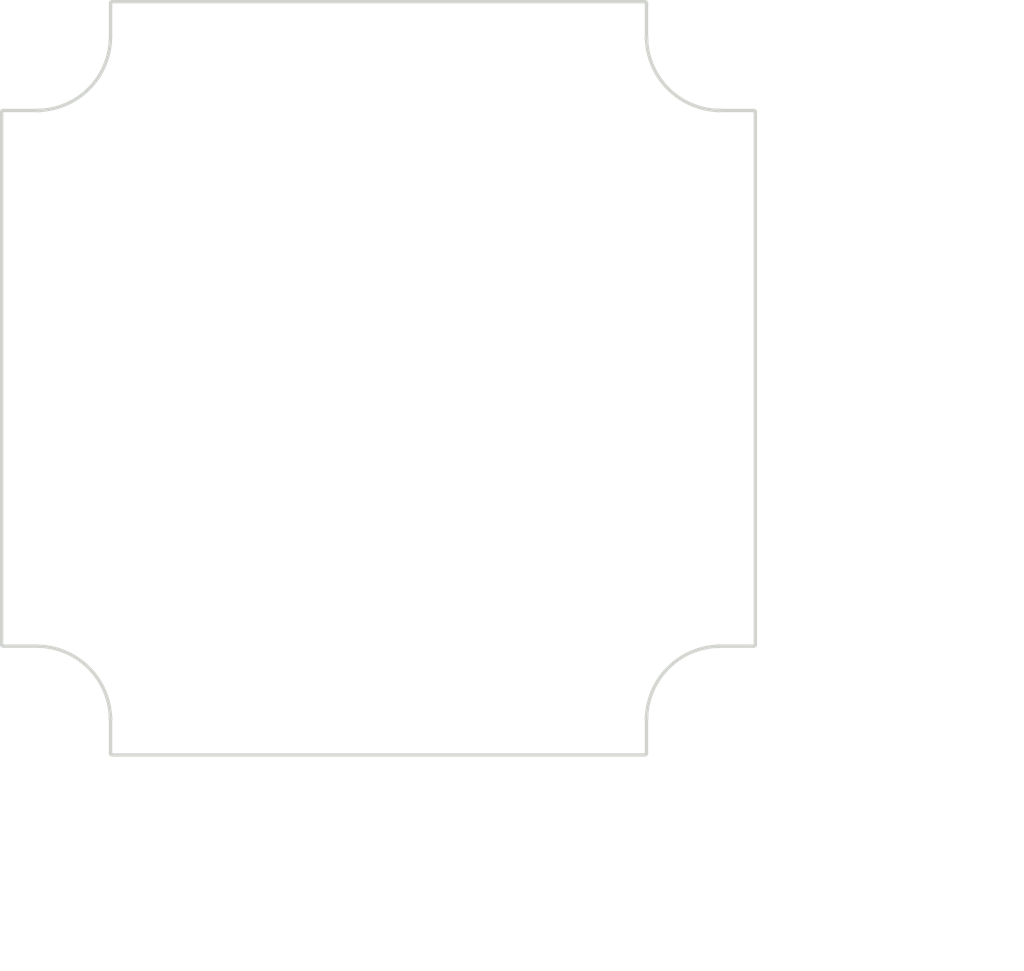
<source format=kicad_pcb>
(kicad_pcb (version 20171130) (host pcbnew "(5.1.0)-1")

  (general
    (thickness 1.6)
    (drawings 310)
    (tracks 0)
    (zones 0)
    (modules 0)
    (nets 1)
  )

  (page A4)
  (layers
    (0 F.Cu signal)
    (31 B.Cu signal)
    (32 B.Adhes user)
    (33 F.Adhes user)
    (34 B.Paste user)
    (35 F.Paste user)
    (36 B.SilkS user)
    (37 F.SilkS user)
    (38 B.Mask user)
    (39 F.Mask user)
    (40 Dwgs.User user)
    (41 Cmts.User user)
    (42 Eco1.User user)
    (43 Eco2.User user)
    (44 Edge.Cuts user)
    (45 Margin user)
    (46 B.CrtYd user)
    (47 F.CrtYd user)
    (48 B.Fab user)
    (49 F.Fab user)
  )

  (setup
    (last_trace_width 0.25)
    (trace_clearance 0.2)
    (zone_clearance 0.508)
    (zone_45_only no)
    (trace_min 0.2)
    (via_size 0.8)
    (via_drill 0.4)
    (via_min_size 0.4)
    (via_min_drill 0.3)
    (uvia_size 0.3)
    (uvia_drill 0.1)
    (uvias_allowed no)
    (uvia_min_size 0.2)
    (uvia_min_drill 0.1)
    (edge_width 0.05)
    (segment_width 0.2)
    (pcb_text_width 0.3)
    (pcb_text_size 1.5 1.5)
    (mod_edge_width 0.12)
    (mod_text_size 1 1)
    (mod_text_width 0.15)
    (pad_size 1.524 1.524)
    (pad_drill 0.762)
    (pad_to_mask_clearance 0.051)
    (solder_mask_min_width 0.25)
    (aux_axis_origin 0 0)
    (visible_elements FFFFFF7F)
    (pcbplotparams
      (layerselection 0x010fc_ffffffff)
      (usegerberextensions false)
      (usegerberattributes false)
      (usegerberadvancedattributes false)
      (creategerberjobfile false)
      (excludeedgelayer true)
      (linewidth 0.152400)
      (plotframeref false)
      (viasonmask false)
      (mode 1)
      (useauxorigin false)
      (hpglpennumber 1)
      (hpglpenspeed 20)
      (hpglpendiameter 15.000000)
      (psnegative false)
      (psa4output false)
      (plotreference true)
      (plotvalue true)
      (plotinvisibletext false)
      (padsonsilk false)
      (subtractmaskfromsilk false)
      (outputformat 1)
      (mirror false)
      (drillshape 1)
      (scaleselection 1)
      (outputdirectory ""))
  )

  (net 0 "")

  (net_class Default "This is the default net class."
    (clearance 0.2)
    (trace_width 0.25)
    (via_dia 0.8)
    (via_drill 0.4)
    (uvia_dia 0.3)
    (uvia_drill 0.1)
  )

  (gr_line (start 169.470448 106.177289) (end 171.428132 106.177289) (layer Edge.Cuts) (width 0.2))
  (gr_arc (start 171.428132 106.077439) (end 171.428132 106.177289) (angle -4.243759691) (layer Edge.Cuts) (width 0.2))
  (gr_curve (pts (xy 171.527206 106.089883) (xy 171.527723 106.085758) (xy 171.527983 106.081599) (xy 171.527983 106.077439)) (layer Edge.Cuts) (width 0.2))
  (gr_curve (pts (xy 171.52489 106.102124) (xy 171.525915 106.098098) (xy 171.526689 106.094008) (xy 171.527206 106.089883)) (layer Edge.Cuts) (width 0.2))
  (gr_curve (pts (xy 171.523165 106.108108) (xy 171.523802 106.106132) (xy 171.524377 106.104136) (xy 171.52489 106.102124)) (layer Edge.Cuts) (width 0.2))
  (gr_curve (pts (xy 171.518617 106.119692) (xy 171.520371 106.115931) (xy 171.521891 106.11206) (xy 171.523165 106.108108)) (layer Edge.Cuts) (width 0.2))
  (gr_curve (pts (xy 171.515812 106.125246) (xy 171.516804 106.123425) (xy 171.51774 106.121572) (xy 171.518617 106.119692)) (layer Edge.Cuts) (width 0.2))
  (gr_curve (pts (xy 171.509193 106.135774) (xy 171.511615 106.132408) (xy 171.513827 106.128889) (xy 171.515812 106.125246)) (layer Edge.Cuts) (width 0.2))
  (gr_curve (pts (xy 171.505406 106.140708) (xy 171.506719 106.139103) (xy 171.507982 106.137458) (xy 171.509193 106.135774)) (layer Edge.Cuts) (width 0.2))
  (gr_curve (pts (xy 171.496946 106.149818) (xy 171.499952 106.146961) (xy 171.502779 106.143916) (xy 171.505406 106.140708)) (layer Edge.Cuts) (width 0.2))
  (gr_curve (pts (xy 171.492307 106.153961) (xy 171.493896 106.152628) (xy 171.495443 106.151247) (xy 171.496946 106.149818)) (layer Edge.Cuts) (width 0.2))
  (gr_curve (pts (xy 171.482297 106.16134) (xy 171.485783 106.159091) (xy 171.489128 106.156625) (xy 171.492307 106.153961)) (layer Edge.Cuts) (width 0.2))
  (gr_curve (pts (xy 171.476966 106.164549) (xy 171.478776 106.163535) (xy 171.480554 106.162465) (xy 171.482297 106.16134)) (layer Edge.Cuts) (width 0.2))
  (gr_curve (pts (xy 171.46575 106.169941) (xy 171.469597 106.168379) (xy 171.473345 106.166576) (xy 171.476966 106.164549)) (layer Edge.Cuts) (width 0.2))
  (gr_curve (pts (xy 171.45991 106.172104) (xy 171.461879 106.171444) (xy 171.463827 106.170723) (xy 171.46575 106.169941)) (layer Edge.Cuts) (width 0.2))
  (gr_curve (pts (xy 171.447874 106.17532) (xy 171.451949 106.174499) (xy 171.455971 106.173424) (xy 171.45991 106.172104)) (layer Edge.Cuts) (width 0.2))
  (gr_curve (pts (xy 171.435521 106.177016) (xy 171.439671 106.176708) (xy 171.443799 106.176141) (xy 171.447874 106.17532)) (layer Edge.Cuts) (width 0.2))
  (gr_line (start 171.527983 106.077439) (end 171.527983 74.491931) (layer Edge.Cuts) (width 0.2))
  (gr_curve (pts (xy 171.447874 74.394049) (xy 171.443799 74.393229) (xy 171.439671 74.392662) (xy 171.435521 74.392354)) (layer Edge.Cuts) (width 0.2))
  (gr_curve (pts (xy 171.45991 74.397265) (xy 171.455971 74.395945) (xy 171.451949 74.39487) (xy 171.447874 74.394049)) (layer Edge.Cuts) (width 0.2))
  (gr_curve (pts (xy 171.46575 74.399428) (xy 171.463827 74.398647) (xy 171.461879 74.397926) (xy 171.45991 74.397265)) (layer Edge.Cuts) (width 0.2))
  (gr_curve (pts (xy 171.476966 74.404821) (xy 171.473345 74.402793) (xy 171.469597 74.400991) (xy 171.46575 74.399428)) (layer Edge.Cuts) (width 0.2))
  (gr_curve (pts (xy 171.482297 74.40803) (xy 171.480554 74.406905) (xy 171.478776 74.405835) (xy 171.476966 74.404821)) (layer Edge.Cuts) (width 0.2))
  (gr_curve (pts (xy 171.492307 74.415409) (xy 171.489128 74.412745) (xy 171.485783 74.410279) (xy 171.482297 74.40803)) (layer Edge.Cuts) (width 0.2))
  (gr_curve (pts (xy 171.496946 74.419552) (xy 171.495443 74.418123) (xy 171.493896 74.416741) (xy 171.492307 74.415409)) (layer Edge.Cuts) (width 0.2))
  (gr_curve (pts (xy 171.505406 74.428662) (xy 171.502779 74.425453) (xy 171.499952 74.422409) (xy 171.496946 74.419552)) (layer Edge.Cuts) (width 0.2))
  (gr_curve (pts (xy 171.509193 74.433595) (xy 171.507982 74.431912) (xy 171.506719 74.430267) (xy 171.505406 74.428662)) (layer Edge.Cuts) (width 0.2))
  (gr_curve (pts (xy 171.515812 74.444123) (xy 171.513827 74.44048) (xy 171.511615 74.436962) (xy 171.509193 74.433595)) (layer Edge.Cuts) (width 0.2))
  (gr_curve (pts (xy 171.518617 74.449678) (xy 171.51774 74.447797) (xy 171.516804 74.445945) (xy 171.515812 74.444123)) (layer Edge.Cuts) (width 0.2))
  (gr_curve (pts (xy 171.523165 74.461261) (xy 171.521891 74.457309) (xy 171.520371 74.453438) (xy 171.518617 74.449678)) (layer Edge.Cuts) (width 0.2))
  (gr_curve (pts (xy 171.52489 74.467246) (xy 171.524377 74.465234) (xy 171.523802 74.463237) (xy 171.523165 74.461261)) (layer Edge.Cuts) (width 0.2))
  (gr_curve (pts (xy 171.527206 74.479487) (xy 171.526689 74.475362) (xy 171.525915 74.471271) (xy 171.52489 74.467246)) (layer Edge.Cuts) (width 0.2))
  (gr_curve (pts (xy 171.527983 74.491931) (xy 171.527983 74.48777) (xy 171.527723 74.483611) (xy 171.527206 74.479487)) (layer Edge.Cuts) (width 0.2))
  (gr_arc (start 171.428132 74.491931) (end 171.435521 74.392354) (angle -4.243759691) (layer Edge.Cuts) (width 0.2))
  (gr_line (start 171.428132 74.39208) (end 169.470448 74.39208) (layer Edge.Cuts) (width 0.2))
  (gr_curve (pts (xy 169.176326 74.382241) (xy 169.156746 74.38093) (xy 169.137175 74.379487) (xy 169.117612 74.377914)) (layer Edge.Cuts) (width 0.2))
  (gr_curve (pts (xy 169.220393 74.384971) (xy 169.2057 74.384135) (xy 169.191011 74.383225) (xy 169.176326 74.382241)) (layer Edge.Cuts) (width 0.2))
  (gr_curve (pts (xy 169.235088 74.385783) (xy 169.230189 74.38552) (xy 169.225291 74.38525) (xy 169.220393 74.384971)) (layer Edge.Cuts) (width 0.2))
  (gr_curve (pts (xy 169.264484 74.387258) (xy 169.254683 74.386799) (xy 169.244885 74.386307) (xy 169.235088 74.385783)) (layer Edge.Cuts) (width 0.2))
  (gr_curve (pts (xy 169.279185 74.387922) (xy 169.274284 74.387709) (xy 169.269384 74.387488) (xy 169.264484 74.387258)) (layer Edge.Cuts) (width 0.2))
  (gr_curve (pts (xy 169.308594 74.389103) (xy 169.29879 74.388742) (xy 169.288987 74.388349) (xy 169.279185 74.387922)) (layer Edge.Cuts) (width 0.2))
  (gr_curve (pts (xy 169.323301 74.38962) (xy 169.318398 74.389456) (xy 169.313496 74.389283) (xy 169.308594 74.389103)) (layer Edge.Cuts) (width 0.2))
  (gr_curve (pts (xy 169.352721 74.390505) (xy 169.342913 74.390243) (xy 169.333107 74.389948) (xy 169.323301 74.38962)) (layer Edge.Cuts) (width 0.2))
  (gr_curve (pts (xy 169.367433 74.390874) (xy 169.362528 74.39076) (xy 169.357624 74.390637) (xy 169.352721 74.390505)) (layer Edge.Cuts) (width 0.2))
  (gr_curve (pts (xy 169.396861 74.391465) (xy 169.387051 74.391301) (xy 169.377241 74.391104) (xy 169.367433 74.390874)) (layer Edge.Cuts) (width 0.2))
  (gr_curve (pts (xy 169.411577 74.391686) (xy 169.406671 74.391621) (xy 169.401766 74.391547) (xy 169.396861 74.391465)) (layer Edge.Cuts) (width 0.2))
  (gr_curve (pts (xy 169.441011 74.391982) (xy 169.431199 74.391916) (xy 169.421387 74.391818) (xy 169.411577 74.391686)) (layer Edge.Cuts) (width 0.2))
  (gr_curve (pts (xy 169.470448 74.39208) (xy 169.460635 74.39208) (xy 169.450823 74.392047) (xy 169.441011 74.391982)) (layer Edge.Cuts) (width 0.2))
  (gr_curve (pts (xy 165.157216 70.857657) (xy 165.123358 70.688683) (xy 165.099441 70.517712) (xy 165.085624 70.345926)) (layer Edge.Cuts) (width 0.2))
  (gr_curve (pts (xy 165.288303 71.357445) (xy 165.234872 71.19361) (xy 165.191074 71.026632) (xy 165.157216 70.857657)) (layer Edge.Cuts) (width 0.2))
  (gr_curve (pts (xy 165.375624 71.600698) (xy 165.344142 71.520493) (xy 165.315018 71.439362) (xy 165.288303 71.357445)) (layer Edge.Cuts) (width 0.2))
  (gr_curve (pts (xy 165.592315 72.069728) (xy 165.510984 71.91781) (xy 165.438587 71.761107) (xy 165.375624 71.600698)) (layer Edge.Cuts) (width 0.2))
  (gr_curve (pts (xy 165.720939 72.293888) (xy 165.67588 72.22045) (xy 165.632981 72.145687) (xy 165.592315 72.069728)) (layer Edge.Cuts) (width 0.2))
  (gr_curve (pts (xy 166.016525 72.717629) (xy 165.909812 72.582334) (xy 165.811057 72.440762) (xy 165.720939 72.293888)) (layer Edge.Cuts) (width 0.2))
  (gr_curve (pts (xy 166.182467 72.915748) (xy 166.125227 72.851354) (xy 166.069881 72.785276) (xy 166.016525 72.717629)) (layer Edge.Cuts) (width 0.2))
  (gr_curve (pts (xy 166.547789 73.281071) (xy 166.419001 73.166591) (xy 166.296946 73.044537) (xy 166.182467 72.915748)) (layer Edge.Cuts) (width 0.2))
  (gr_curve (pts (xy 166.745909 73.447013) (xy 166.678262 73.393657) (xy 166.612184 73.338311) (xy 166.547789 73.281071)) (layer Edge.Cuts) (width 0.2))
  (gr_curve (pts (xy 167.16965 73.742599) (xy 167.022776 73.652481) (xy 166.881204 73.553726) (xy 166.745909 73.447013)) (layer Edge.Cuts) (width 0.2))
  (gr_curve (pts (xy 167.393809 73.871222) (xy 167.31785 73.830557) (xy 167.243087 73.787657) (xy 167.16965 73.742599)) (layer Edge.Cuts) (width 0.2))
  (gr_curve (pts (xy 167.86284 74.087914) (xy 167.70243 74.024951) (xy 167.545728 73.952554) (xy 167.393809 73.871222)) (layer Edge.Cuts) (width 0.2))
  (gr_curve (pts (xy 168.106093 74.175235) (xy 168.024176 74.14852) (xy 167.943044 74.119396) (xy 167.86284 74.087914)) (layer Edge.Cuts) (width 0.2))
  (gr_curve (pts (xy 168.605881 74.306322) (xy 168.436906 74.272464) (xy 168.269928 74.228666) (xy 168.106093 74.175235)) (layer Edge.Cuts) (width 0.2))
  (gr_curve (pts (xy 169.117612 74.377914) (xy 168.945825 74.364097) (xy 168.774855 74.340179) (xy 168.605881 74.306322)) (layer Edge.Cuts) (width 0.2))
  (gr_curve (pts (xy 165.071556 70.022527) (xy 165.07149 70.012715) (xy 165.071458 70.002903) (xy 165.071458 69.99309)) (layer Edge.Cuts) (width 0.2))
  (gr_curve (pts (xy 165.071851 70.051961) (xy 165.07172 70.04215) (xy 165.071622 70.032339) (xy 165.071556 70.022527)) (layer Edge.Cuts) (width 0.2))
  (gr_curve (pts (xy 165.072073 70.066677) (xy 165.071991 70.061772) (xy 165.071917 70.056867) (xy 165.071851 70.051961)) (layer Edge.Cuts) (width 0.2))
  (gr_curve (pts (xy 165.072663 70.096105) (xy 165.072434 70.086296) (xy 165.072237 70.076487) (xy 165.072073 70.066677)) (layer Edge.Cuts) (width 0.2))
  (gr_curve (pts (xy 165.073032 70.110817) (xy 165.072901 70.105913) (xy 165.072778 70.101009) (xy 165.072663 70.096105)) (layer Edge.Cuts) (width 0.2))
  (gr_curve (pts (xy 165.073918 70.140237) (xy 165.07359 70.130431) (xy 165.073295 70.120625) (xy 165.073032 70.110817)) (layer Edge.Cuts) (width 0.2))
  (gr_curve (pts (xy 165.074435 70.154944) (xy 165.074254 70.150042) (xy 165.074082 70.145139) (xy 165.073918 70.140237)) (layer Edge.Cuts) (width 0.2))
  (gr_curve (pts (xy 165.075616 70.184353) (xy 165.075189 70.174551) (xy 165.074796 70.164748) (xy 165.074435 70.154944)) (layer Edge.Cuts) (width 0.2))
  (gr_curve (pts (xy 165.07628 70.199054) (xy 165.07605 70.194154) (xy 165.075829 70.189254) (xy 165.075616 70.184353)) (layer Edge.Cuts) (width 0.2))
  (gr_curve (pts (xy 165.077755 70.22845) (xy 165.077231 70.218653) (xy 165.076739 70.208854) (xy 165.07628 70.199054)) (layer Edge.Cuts) (width 0.2))
  (gr_curve (pts (xy 165.078567 70.243145) (xy 165.078288 70.238247) (xy 165.078018 70.233349) (xy 165.077755 70.22845)) (layer Edge.Cuts) (width 0.2))
  (gr_curve (pts (xy 165.080338 70.272526) (xy 165.079715 70.262734) (xy 165.079124 70.25294) (xy 165.078567 70.243145)) (layer Edge.Cuts) (width 0.2))
  (gr_curve (pts (xy 165.081297 70.287212) (xy 165.080969 70.282317) (xy 165.080649 70.277421) (xy 165.080338 70.272526)) (layer Edge.Cuts) (width 0.2))
  (gr_curve (pts (xy 165.083362 70.316575) (xy 165.082641 70.30679) (xy 165.081952 70.297002) (xy 165.081297 70.287212)) (layer Edge.Cuts) (width 0.2))
  (gr_curve (pts (xy 165.085624 70.345926) (xy 165.084837 70.336145) (xy 165.084083 70.326361) (xy 165.083362 70.316575)) (layer Edge.Cuts) (width 0.2))
  (gr_line (start 165.071458 69.99309) (end 165.071458 68.035406) (layer Edge.Cuts) (width 0.2))
  (gr_arc (start 164.971607 68.035406) (end 165.071458 68.035406) (angle -4.243759691) (layer Edge.Cuts) (width 0.2))
  (gr_curve (pts (xy 164.984051 67.936331) (xy 164.979926 67.935814) (xy 164.975768 67.935555) (xy 164.971607 67.935555)) (layer Edge.Cuts) (width 0.2))
  (gr_curve (pts (xy 164.996292 67.938648) (xy 164.992267 67.937623) (xy 164.988176 67.936848) (xy 164.984051 67.936331)) (layer Edge.Cuts) (width 0.2))
  (gr_curve (pts (xy 165.002277 67.940373) (xy 165.000301 67.939736) (xy 164.998304 67.939161) (xy 164.996292 67.938648)) (layer Edge.Cuts) (width 0.2))
  (gr_curve (pts (xy 165.01386 67.944921) (xy 165.0101 67.943166) (xy 165.006229 67.941646) (xy 165.002277 67.940373)) (layer Edge.Cuts) (width 0.2))
  (gr_curve (pts (xy 165.019415 67.947726) (xy 165.017593 67.946733) (xy 165.01574 67.945798) (xy 165.01386 67.944921)) (layer Edge.Cuts) (width 0.2))
  (gr_curve (pts (xy 165.029943 67.954345) (xy 165.026576 67.951923) (xy 165.023058 67.949711) (xy 165.019415 67.947726)) (layer Edge.Cuts) (width 0.2))
  (gr_curve (pts (xy 165.034876 67.958132) (xy 165.033271 67.956819) (xy 165.031626 67.955555) (xy 165.029943 67.954345)) (layer Edge.Cuts) (width 0.2))
  (gr_curve (pts (xy 165.043986 67.966592) (xy 165.041129 67.963586) (xy 165.038085 67.960759) (xy 165.034876 67.958132)) (layer Edge.Cuts) (width 0.2))
  (gr_curve (pts (xy 165.048129 67.971231) (xy 165.046797 67.969642) (xy 165.045415 67.968095) (xy 165.043986 67.966592)) (layer Edge.Cuts) (width 0.2))
  (gr_curve (pts (xy 165.055508 67.981241) (xy 165.053259 67.977754) (xy 165.050793 67.974409) (xy 165.048129 67.971231)) (layer Edge.Cuts) (width 0.2))
  (gr_curve (pts (xy 165.058717 67.986572) (xy 165.057703 67.984762) (xy 165.056633 67.982984) (xy 165.055508 67.981241)) (layer Edge.Cuts) (width 0.2))
  (gr_curve (pts (xy 165.06411 67.997787) (xy 165.062547 67.993941) (xy 165.060745 67.990193) (xy 165.058717 67.986572)) (layer Edge.Cuts) (width 0.2))
  (gr_curve (pts (xy 165.066272 68.003628) (xy 165.065612 68.001659) (xy 165.064891 67.999711) (xy 165.06411 67.997787)) (layer Edge.Cuts) (width 0.2))
  (gr_curve (pts (xy 165.069488 68.015664) (xy 165.068668 68.011589) (xy 165.067593 68.007567) (xy 165.066272 68.003628)) (layer Edge.Cuts) (width 0.2))
  (gr_curve (pts (xy 165.071184 68.028017) (xy 165.070876 68.023867) (xy 165.070309 68.019739) (xy 165.069488 68.015664)) (layer Edge.Cuts) (width 0.2))
  (gr_line (start 164.971607 67.935555) (end 133.386099 67.935555) (layer Edge.Cuts) (width 0.2))
  (gr_curve (pts (xy 133.288218 68.015664) (xy 133.287397 68.019739) (xy 133.28683 68.023867) (xy 133.286522 68.028017)) (layer Edge.Cuts) (width 0.2))
  (gr_curve (pts (xy 133.291434 68.003628) (xy 133.290113 68.007567) (xy 133.289038 68.011589) (xy 133.288218 68.015664)) (layer Edge.Cuts) (width 0.2))
  (gr_curve (pts (xy 133.293596 67.997787) (xy 133.292815 67.999711) (xy 133.292094 68.001659) (xy 133.291434 68.003628)) (layer Edge.Cuts) (width 0.2))
  (gr_curve (pts (xy 133.298989 67.986572) (xy 133.296961 67.990193) (xy 133.295159 67.993941) (xy 133.293596 67.997787)) (layer Edge.Cuts) (width 0.2))
  (gr_curve (pts (xy 133.302198 67.981241) (xy 133.301073 67.982984) (xy 133.300003 67.984762) (xy 133.298989 67.986572)) (layer Edge.Cuts) (width 0.2))
  (gr_curve (pts (xy 133.309577 67.971231) (xy 133.306913 67.974409) (xy 133.304447 67.977754) (xy 133.302198 67.981241)) (layer Edge.Cuts) (width 0.2))
  (gr_curve (pts (xy 133.31372 67.966592) (xy 133.312291 67.968095) (xy 133.310909 67.969642) (xy 133.309577 67.971231)) (layer Edge.Cuts) (width 0.2))
  (gr_curve (pts (xy 133.32283 67.958132) (xy 133.319621 67.960759) (xy 133.316577 67.963586) (xy 133.31372 67.966592)) (layer Edge.Cuts) (width 0.2))
  (gr_curve (pts (xy 133.327763 67.954345) (xy 133.32608 67.955555) (xy 133.324435 67.956819) (xy 133.32283 67.958132)) (layer Edge.Cuts) (width 0.2))
  (gr_curve (pts (xy 133.338291 67.947726) (xy 133.334648 67.949711) (xy 133.33113 67.951923) (xy 133.327763 67.954345)) (layer Edge.Cuts) (width 0.2))
  (gr_curve (pts (xy 133.343846 67.944921) (xy 133.341966 67.945798) (xy 133.340113 67.946733) (xy 133.338291 67.947726)) (layer Edge.Cuts) (width 0.2))
  (gr_curve (pts (xy 133.355429 67.940373) (xy 133.351477 67.941646) (xy 133.347606 67.943166) (xy 133.343846 67.944921)) (layer Edge.Cuts) (width 0.2))
  (gr_curve (pts (xy 133.361414 67.938648) (xy 133.359402 67.939161) (xy 133.357405 67.939736) (xy 133.355429 67.940373)) (layer Edge.Cuts) (width 0.2))
  (gr_curve (pts (xy 133.373655 67.936331) (xy 133.36953 67.936848) (xy 133.365439 67.937623) (xy 133.361414 67.938648)) (layer Edge.Cuts) (width 0.2))
  (gr_curve (pts (xy 133.386099 67.935555) (xy 133.381938 67.935555) (xy 133.37778 67.935814) (xy 133.373655 67.936331)) (layer Edge.Cuts) (width 0.2))
  (gr_arc (start 133.386099 68.035406) (end 133.286522 68.028017) (angle -4.243759691) (layer Edge.Cuts) (width 0.2))
  (gr_line (start 133.286248 68.035406) (end 133.286248 69.99309) (layer Edge.Cuts) (width 0.2))
  (gr_line (start 133.286248 69.99309) (end 133.272082 70.345926) (layer Edge.Cuts) (width 0.2))
  (gr_curve (pts (xy 129.751825 74.306322) (xy 129.582851 74.340179) (xy 129.411881 74.364097) (xy 129.240095 74.377914)) (layer Edge.Cuts) (width 0.2))
  (gr_curve (pts (xy 130.251613 74.175235) (xy 130.087779 74.228666) (xy 129.9208 74.272464) (xy 129.751825 74.306322)) (layer Edge.Cuts) (width 0.2))
  (gr_curve (pts (xy 130.494866 74.087914) (xy 130.414662 74.119396) (xy 130.33353 74.14852) (xy 130.251613 74.175235)) (layer Edge.Cuts) (width 0.2))
  (gr_curve (pts (xy 130.963897 73.871222) (xy 130.811978 73.952554) (xy 130.655276 74.024951) (xy 130.494866 74.087914)) (layer Edge.Cuts) (width 0.2))
  (gr_curve (pts (xy 131.188056 73.742599) (xy 131.114619 73.787657) (xy 131.039856 73.830557) (xy 130.963897 73.871222)) (layer Edge.Cuts) (width 0.2))
  (gr_curve (pts (xy 131.611797 73.447013) (xy 131.476502 73.553726) (xy 131.33493 73.652481) (xy 131.188056 73.742599)) (layer Edge.Cuts) (width 0.2))
  (gr_curve (pts (xy 131.809917 73.281071) (xy 131.745522 73.338311) (xy 131.679444 73.393657) (xy 131.611797 73.447013)) (layer Edge.Cuts) (width 0.2))
  (gr_curve (pts (xy 132.175239 72.915748) (xy 132.06076 73.044537) (xy 131.938706 73.166591) (xy 131.809917 73.281071)) (layer Edge.Cuts) (width 0.2))
  (gr_curve (pts (xy 132.341181 72.717629) (xy 132.287825 72.785276) (xy 132.232479 72.851354) (xy 132.175239 72.915748)) (layer Edge.Cuts) (width 0.2))
  (gr_curve (pts (xy 132.636767 72.293888) (xy 132.546649 72.440762) (xy 132.447894 72.582334) (xy 132.341181 72.717629)) (layer Edge.Cuts) (width 0.2))
  (gr_curve (pts (xy 132.765391 72.069728) (xy 132.724725 72.145687) (xy 132.681826 72.22045) (xy 132.636767 72.293888)) (layer Edge.Cuts) (width 0.2))
  (gr_curve (pts (xy 132.982082 71.600698) (xy 132.919119 71.761107) (xy 132.846722 71.91781) (xy 132.765391 72.069728)) (layer Edge.Cuts) (width 0.2))
  (gr_curve (pts (xy 133.069403 71.357445) (xy 133.042688 71.439362) (xy 133.013564 71.520493) (xy 132.982082 71.600698)) (layer Edge.Cuts) (width 0.2))
  (gr_curve (pts (xy 133.20049 70.857657) (xy 133.166632 71.026632) (xy 133.122834 71.19361) (xy 133.069403 71.357445)) (layer Edge.Cuts) (width 0.2))
  (gr_curve (pts (xy 133.272082 70.345926) (xy 133.258265 70.517712) (xy 133.234348 70.688683) (xy 133.20049 70.857657)) (layer Edge.Cuts) (width 0.2))
  (gr_curve (pts (xy 128.946129 74.391687) (xy 128.926507 74.391949) (xy 128.906883 74.39208) (xy 128.887257 74.39208)) (layer Edge.Cuts) (width 0.2))
  (gr_curve (pts (xy 128.990273 74.390875) (xy 128.97556 74.391219) (xy 128.960845 74.39149) (xy 128.946129 74.391687)) (layer Edge.Cuts) (width 0.2))
  (gr_curve (pts (xy 129.004985 74.390505) (xy 129.000081 74.390637) (xy 128.995177 74.39076) (xy 128.990273 74.390875)) (layer Edge.Cuts) (width 0.2))
  (gr_curve (pts (xy 129.034405 74.38962) (xy 129.024599 74.389948) (xy 129.014793 74.390243) (xy 129.004985 74.390505)) (layer Edge.Cuts) (width 0.2))
  (gr_curve (pts (xy 129.049112 74.389103) (xy 129.04421 74.389284) (xy 129.039308 74.389456) (xy 129.034405 74.38962)) (layer Edge.Cuts) (width 0.2))
  (gr_curve (pts (xy 129.078521 74.387922) (xy 129.068719 74.388349) (xy 129.058916 74.388742) (xy 129.049112 74.389103)) (layer Edge.Cuts) (width 0.2))
  (gr_curve (pts (xy 129.093223 74.387258) (xy 129.088322 74.387488) (xy 129.083422 74.387709) (xy 129.078521 74.387922)) (layer Edge.Cuts) (width 0.2))
  (gr_curve (pts (xy 129.122619 74.385783) (xy 129.112821 74.386307) (xy 129.103023 74.386799) (xy 129.093223 74.387258)) (layer Edge.Cuts) (width 0.2))
  (gr_curve (pts (xy 129.137313 74.384971) (xy 129.132415 74.38525) (xy 129.127517 74.38552) (xy 129.122619 74.385783)) (layer Edge.Cuts) (width 0.2))
  (gr_curve (pts (xy 129.166694 74.3832) (xy 129.156902 74.383823) (xy 129.147108 74.384414) (xy 129.137313 74.384971)) (layer Edge.Cuts) (width 0.2))
  (gr_curve (pts (xy 129.18138 74.382241) (xy 129.176485 74.382569) (xy 129.17159 74.382889) (xy 129.166694 74.3832)) (layer Edge.Cuts) (width 0.2))
  (gr_curve (pts (xy 129.210744 74.380176) (xy 129.200958 74.380897) (xy 129.19117 74.381586) (xy 129.18138 74.382241)) (layer Edge.Cuts) (width 0.2))
  (gr_curve (pts (xy 129.240095 74.377914) (xy 129.230313 74.378701) (xy 129.22053 74.379455) (xy 129.210744 74.380176)) (layer Edge.Cuts) (width 0.2))
  (gr_line (start 128.887257 74.39208) (end 126.929574 74.39208) (layer Edge.Cuts) (width 0.2))
  (gr_arc (start 126.929574 74.491931) (end 126.929574 74.39208) (angle -4.243759691) (layer Edge.Cuts) (width 0.2))
  (gr_curve (pts (xy 126.8305 74.479487) (xy 126.829983 74.483611) (xy 126.829723 74.48777) (xy 126.829723 74.491931)) (layer Edge.Cuts) (width 0.2))
  (gr_curve (pts (xy 126.832816 74.467246) (xy 126.831791 74.471271) (xy 126.831017 74.475362) (xy 126.8305 74.479487)) (layer Edge.Cuts) (width 0.2))
  (gr_curve (pts (xy 126.834541 74.461261) (xy 126.833904 74.463237) (xy 126.833329 74.465234) (xy 126.832816 74.467246)) (layer Edge.Cuts) (width 0.2))
  (gr_curve (pts (xy 126.839089 74.449678) (xy 126.837335 74.453438) (xy 126.835815 74.457309) (xy 126.834541 74.461261)) (layer Edge.Cuts) (width 0.2))
  (gr_curve (pts (xy 126.841894 74.444123) (xy 126.840902 74.445945) (xy 126.839966 74.447797) (xy 126.839089 74.449678)) (layer Edge.Cuts) (width 0.2))
  (gr_curve (pts (xy 126.848513 74.433595) (xy 126.846091 74.436962) (xy 126.843879 74.44048) (xy 126.841894 74.444123)) (layer Edge.Cuts) (width 0.2))
  (gr_curve (pts (xy 126.8523 74.428662) (xy 126.850987 74.430267) (xy 126.849724 74.431912) (xy 126.848513 74.433595)) (layer Edge.Cuts) (width 0.2))
  (gr_curve (pts (xy 126.86076 74.419552) (xy 126.857754 74.422409) (xy 126.854927 74.425453) (xy 126.8523 74.428662)) (layer Edge.Cuts) (width 0.2))
  (gr_curve (pts (xy 126.865399 74.415409) (xy 126.86381 74.416741) (xy 126.862263 74.418123) (xy 126.86076 74.419552)) (layer Edge.Cuts) (width 0.2))
  (gr_curve (pts (xy 126.875409 74.40803) (xy 126.871923 74.410279) (xy 126.868578 74.412745) (xy 126.865399 74.415409)) (layer Edge.Cuts) (width 0.2))
  (gr_curve (pts (xy 126.88074 74.404821) (xy 126.87893 74.405835) (xy 126.877152 74.406905) (xy 126.875409 74.40803)) (layer Edge.Cuts) (width 0.2))
  (gr_curve (pts (xy 126.891956 74.399428) (xy 126.888109 74.400991) (xy 126.884361 74.402793) (xy 126.88074 74.404821)) (layer Edge.Cuts) (width 0.2))
  (gr_curve (pts (xy 126.897796 74.397265) (xy 126.895827 74.397926) (xy 126.893879 74.398647) (xy 126.891956 74.399428)) (layer Edge.Cuts) (width 0.2))
  (gr_curve (pts (xy 126.909832 74.394049) (xy 126.905757 74.39487) (xy 126.901735 74.395945) (xy 126.897796 74.397265)) (layer Edge.Cuts) (width 0.2))
  (gr_curve (pts (xy 126.922185 74.392354) (xy 126.918035 74.392662) (xy 126.913907 74.393229) (xy 126.909832 74.394049)) (layer Edge.Cuts) (width 0.2))
  (gr_line (start 126.829723 74.491931) (end 126.829723 106.077439) (layer Edge.Cuts) (width 0.2))
  (gr_curve (pts (xy 126.909832 106.17532) (xy 126.913907 106.176141) (xy 126.918035 106.176708) (xy 126.922185 106.177016)) (layer Edge.Cuts) (width 0.2))
  (gr_curve (pts (xy 126.897796 106.172104) (xy 126.901735 106.173424) (xy 126.905757 106.174499) (xy 126.909832 106.17532)) (layer Edge.Cuts) (width 0.2))
  (gr_curve (pts (xy 126.891956 106.169941) (xy 126.893879 106.170723) (xy 126.895827 106.171444) (xy 126.897796 106.172104)) (layer Edge.Cuts) (width 0.2))
  (gr_curve (pts (xy 126.88074 106.164549) (xy 126.884361 106.166576) (xy 126.888109 106.168379) (xy 126.891956 106.169941)) (layer Edge.Cuts) (width 0.2))
  (gr_curve (pts (xy 126.875409 106.16134) (xy 126.877152 106.162465) (xy 126.87893 106.163535) (xy 126.88074 106.164549)) (layer Edge.Cuts) (width 0.2))
  (gr_curve (pts (xy 126.865399 106.153961) (xy 126.868578 106.156625) (xy 126.871923 106.159091) (xy 126.875409 106.16134)) (layer Edge.Cuts) (width 0.2))
  (gr_curve (pts (xy 126.86076 106.149818) (xy 126.862263 106.151247) (xy 126.86381 106.152628) (xy 126.865399 106.153961)) (layer Edge.Cuts) (width 0.2))
  (gr_curve (pts (xy 126.8523 106.140708) (xy 126.854927 106.143916) (xy 126.857754 106.146961) (xy 126.86076 106.149818)) (layer Edge.Cuts) (width 0.2))
  (gr_curve (pts (xy 126.848513 106.135774) (xy 126.849724 106.137458) (xy 126.850987 106.139103) (xy 126.8523 106.140708)) (layer Edge.Cuts) (width 0.2))
  (gr_curve (pts (xy 126.841894 106.125246) (xy 126.843879 106.128889) (xy 126.846091 106.132408) (xy 126.848513 106.135774)) (layer Edge.Cuts) (width 0.2))
  (gr_curve (pts (xy 126.839089 106.119692) (xy 126.839966 106.121572) (xy 126.840902 106.123425) (xy 126.841894 106.125246)) (layer Edge.Cuts) (width 0.2))
  (gr_curve (pts (xy 126.834541 106.108108) (xy 126.835815 106.11206) (xy 126.837335 106.115931) (xy 126.839089 106.119692)) (layer Edge.Cuts) (width 0.2))
  (gr_curve (pts (xy 126.832816 106.102124) (xy 126.833329 106.104136) (xy 126.833904 106.106132) (xy 126.834541 106.108108)) (layer Edge.Cuts) (width 0.2))
  (gr_curve (pts (xy 126.8305 106.089883) (xy 126.831017 106.094008) (xy 126.831791 106.098098) (xy 126.832816 106.102124)) (layer Edge.Cuts) (width 0.2))
  (gr_curve (pts (xy 126.829723 106.077439) (xy 126.829723 106.081599) (xy 126.829983 106.085758) (xy 126.8305 106.089883)) (layer Edge.Cuts) (width 0.2))
  (gr_arc (start 126.929574 106.077439) (end 126.922185 106.177016) (angle -4.243759691) (layer Edge.Cuts) (width 0.2))
  (gr_line (start 126.929574 106.177289) (end 128.887258 106.177289) (layer Edge.Cuts) (width 0.2))
  (gr_line (start 128.887258 106.177289) (end 129.2401 106.191456) (layer Edge.Cuts) (width 0.2))
  (gr_curve (pts (xy 133.20049 109.711713) (xy 133.234348 109.880687) (xy 133.258265 110.051657) (xy 133.272082 110.223443)) (layer Edge.Cuts) (width 0.2))
  (gr_curve (pts (xy 133.069404 109.211926) (xy 133.122834 109.37576) (xy 133.166632 109.542739) (xy 133.20049 109.711713)) (layer Edge.Cuts) (width 0.2))
  (gr_curve (pts (xy 132.982083 108.968673) (xy 133.013565 109.048877) (xy 133.042688 109.130008) (xy 133.069404 109.211926)) (layer Edge.Cuts) (width 0.2))
  (gr_curve (pts (xy 132.765391 108.499643) (xy 132.846723 108.651561) (xy 132.919119 108.808263) (xy 132.982083 108.968673)) (layer Edge.Cuts) (width 0.2))
  (gr_curve (pts (xy 132.636768 108.275483) (xy 132.681827 108.348921) (xy 132.724726 108.423683) (xy 132.765391 108.499643)) (layer Edge.Cuts) (width 0.2))
  (gr_curve (pts (xy 132.341183 107.851743) (xy 132.447896 107.987037) (xy 132.546651 108.128609) (xy 132.636768 108.275483)) (layer Edge.Cuts) (width 0.2))
  (gr_curve (pts (xy 132.175241 107.653623) (xy 132.232481 107.718017) (xy 132.287827 107.784095) (xy 132.341183 107.851743)) (layer Edge.Cuts) (width 0.2))
  (gr_curve (pts (xy 131.809919 107.2883) (xy 131.938708 107.40278) (xy 132.060762 107.524834) (xy 132.175241 107.653623)) (layer Edge.Cuts) (width 0.2))
  (gr_curve (pts (xy 131.611799 107.122358) (xy 131.679447 107.175715) (xy 131.745525 107.231061) (xy 131.809919 107.2883)) (layer Edge.Cuts) (width 0.2))
  (gr_curve (pts (xy 131.188059 106.826773) (xy 131.334933 106.91689) (xy 131.476505 107.015645) (xy 131.611799 107.122358)) (layer Edge.Cuts) (width 0.2))
  (gr_curve (pts (xy 130.9639 106.698149) (xy 131.039859 106.738814) (xy 131.114622 106.781714) (xy 131.188059 106.826773)) (layer Edge.Cuts) (width 0.2))
  (gr_curve (pts (xy 130.49487 106.481457) (xy 130.655279 106.544421) (xy 130.811982 106.616817) (xy 130.9639 106.698149)) (layer Edge.Cuts) (width 0.2))
  (gr_curve (pts (xy 130.251617 106.394136) (xy 130.333535 106.420851) (xy 130.414666 106.449975) (xy 130.49487 106.481457)) (layer Edge.Cuts) (width 0.2))
  (gr_curve (pts (xy 129.75183 106.263049) (xy 129.920804 106.296907) (xy 130.087783 106.340705) (xy 130.251617 106.394136)) (layer Edge.Cuts) (width 0.2))
  (gr_curve (pts (xy 129.2401 106.191456) (xy 129.411886 106.205273) (xy 129.582856 106.229191) (xy 129.75183 106.263049)) (layer Edge.Cuts) (width 0.2))
  (gr_curve (pts (xy 133.28615 110.546843) (xy 133.286216 110.556655) (xy 133.286248 110.566467) (xy 133.286248 110.57628)) (layer Edge.Cuts) (width 0.2))
  (gr_curve (pts (xy 133.285855 110.517409) (xy 133.285986 110.527219) (xy 133.286084 110.537031) (xy 133.28615 110.546843)) (layer Edge.Cuts) (width 0.2))
  (gr_curve (pts (xy 133.285633 110.502693) (xy 133.285715 110.507598) (xy 133.285789 110.512503) (xy 133.285855 110.517409)) (layer Edge.Cuts) (width 0.2))
  (gr_curve (pts (xy 133.285043 110.473265) (xy 133.285272 110.483073) (xy 133.285469 110.492883) (xy 133.285633 110.502693)) (layer Edge.Cuts) (width 0.2))
  (gr_curve (pts (xy 133.284674 110.458553) (xy 133.284805 110.463456) (xy 133.284928 110.468361) (xy 133.285043 110.473265)) (layer Edge.Cuts) (width 0.2))
  (gr_curve (pts (xy 133.283788 110.429133) (xy 133.284116 110.438939) (xy 133.284411 110.448745) (xy 133.284674 110.458553)) (layer Edge.Cuts) (width 0.2))
  (gr_curve (pts (xy 133.283271 110.414426) (xy 133.283452 110.419328) (xy 133.283624 110.42423) (xy 133.283788 110.429133)) (layer Edge.Cuts) (width 0.2))
  (gr_curve (pts (xy 133.282091 110.385017) (xy 133.282517 110.394818) (xy 133.28291 110.404622) (xy 133.283271 110.414426)) (layer Edge.Cuts) (width 0.2))
  (gr_curve (pts (xy 133.281426 110.370315) (xy 133.281656 110.375216) (xy 133.281877 110.380116) (xy 133.282091 110.385017)) (layer Edge.Cuts) (width 0.2))
  (gr_curve (pts (xy 133.279951 110.340919) (xy 133.280475 110.350716) (xy 133.280967 110.360515) (xy 133.281426 110.370315)) (layer Edge.Cuts) (width 0.2))
  (gr_curve (pts (xy 133.279139 110.326225) (xy 133.279418 110.331123) (xy 133.279688 110.336021) (xy 133.279951 110.340919)) (layer Edge.Cuts) (width 0.2))
  (gr_curve (pts (xy 133.277369 110.296844) (xy 133.277991 110.306636) (xy 133.278582 110.31643) (xy 133.279139 110.326225)) (layer Edge.Cuts) (width 0.2))
  (gr_curve (pts (xy 133.27641 110.282158) (xy 133.276737 110.287053) (xy 133.277057 110.291948) (xy 133.277369 110.296844)) (layer Edge.Cuts) (width 0.2))
  (gr_curve (pts (xy 133.274344 110.252794) (xy 133.275065 110.26258) (xy 133.275754 110.272368) (xy 133.27641 110.282158)) (layer Edge.Cuts) (width 0.2))
  (gr_curve (pts (xy 133.272082 110.223443) (xy 133.272869 110.233225) (xy 133.273623 110.243008) (xy 133.274344 110.252794)) (layer Edge.Cuts) (width 0.2))
  (gr_line (start 133.286248 110.57628) (end 133.286248 112.533964) (layer Edge.Cuts) (width 0.2))
  (gr_arc (start 133.386099 112.533964) (end 133.286248 112.533964) (angle -4.243759691) (layer Edge.Cuts) (width 0.2))
  (gr_curve (pts (xy 133.373655 112.633038) (xy 133.37778 112.633555) (xy 133.381938 112.633815) (xy 133.386099 112.633815)) (layer Edge.Cuts) (width 0.2))
  (gr_curve (pts (xy 133.361414 112.630722) (xy 133.365439 112.631747) (xy 133.36953 112.632521) (xy 133.373655 112.633038)) (layer Edge.Cuts) (width 0.2))
  (gr_curve (pts (xy 133.355429 112.628997) (xy 133.357405 112.629634) (xy 133.359402 112.630209) (xy 133.361414 112.630722)) (layer Edge.Cuts) (width 0.2))
  (gr_curve (pts (xy 133.343846 112.624449) (xy 133.347606 112.626203) (xy 133.351477 112.627723) (xy 133.355429 112.628997)) (layer Edge.Cuts) (width 0.2))
  (gr_curve (pts (xy 133.338291 112.621644) (xy 133.340113 112.622636) (xy 133.341966 112.623572) (xy 133.343846 112.624449)) (layer Edge.Cuts) (width 0.2))
  (gr_curve (pts (xy 133.327763 112.615025) (xy 133.33113 112.617447) (xy 133.334648 112.619659) (xy 133.338291 112.621644)) (layer Edge.Cuts) (width 0.2))
  (gr_curve (pts (xy 133.32283 112.611237) (xy 133.324435 112.612551) (xy 133.32608 112.613814) (xy 133.327763 112.615025)) (layer Edge.Cuts) (width 0.2))
  (gr_curve (pts (xy 133.31372 112.602778) (xy 133.316577 112.605783) (xy 133.319621 112.608611) (xy 133.32283 112.611237)) (layer Edge.Cuts) (width 0.2))
  (gr_curve (pts (xy 133.309577 112.598138) (xy 133.310909 112.599728) (xy 133.312291 112.601275) (xy 133.31372 112.602778)) (layer Edge.Cuts) (width 0.2))
  (gr_curve (pts (xy 133.302198 112.588129) (xy 133.304447 112.591615) (xy 133.306913 112.59496) (xy 133.309577 112.598138)) (layer Edge.Cuts) (width 0.2))
  (gr_curve (pts (xy 133.298989 112.582798) (xy 133.300003 112.584608) (xy 133.301073 112.586386) (xy 133.302198 112.588129)) (layer Edge.Cuts) (width 0.2))
  (gr_curve (pts (xy 133.293596 112.571582) (xy 133.295159 112.575429) (xy 133.296961 112.579177) (xy 133.298989 112.582798)) (layer Edge.Cuts) (width 0.2))
  (gr_curve (pts (xy 133.291434 112.565741) (xy 133.292094 112.567711) (xy 133.292815 112.569659) (xy 133.293596 112.571582)) (layer Edge.Cuts) (width 0.2))
  (gr_curve (pts (xy 133.288218 112.553706) (xy 133.289038 112.557781) (xy 133.290113 112.561803) (xy 133.291434 112.565741)) (layer Edge.Cuts) (width 0.2))
  (gr_curve (pts (xy 133.286522 112.541353) (xy 133.28683 112.545502) (xy 133.287397 112.549631) (xy 133.288218 112.553706)) (layer Edge.Cuts) (width 0.2))
  (gr_line (start 133.386099 112.633815) (end 164.971536 112.633815) (layer Edge.Cuts) (width 0.2))
  (gr_curve (pts (xy 165.055714 112.584336) (xy 165.059851 112.578593) (xy 165.06305 112.572982) (xy 165.065319 112.568075)) (layer Edge.Cuts) (width 0.2))
  (gr_curve (pts (xy 165.044931 112.597256) (xy 165.048983 112.593024) (xy 165.052612 112.588643) (xy 165.055714 112.584336)) (layer Edge.Cuts) (width 0.2))
  (gr_curve (pts (xy 165.040745 112.601431) (xy 165.042184 112.600061) (xy 165.043581 112.598667) (xy 165.044931 112.597256)) (layer Edge.Cuts) (width 0.2))
  (gr_curve (pts (xy 165.031671 112.609313) (xy 165.034826 112.606815) (xy 165.037868 112.604171) (xy 165.040745 112.601431)) (layer Edge.Cuts) (width 0.2))
  (gr_curve (pts (xy 165.026861 112.612944) (xy 165.028487 112.611774) (xy 165.030093 112.610562) (xy 165.031671 112.609313)) (layer Edge.Cuts) (width 0.2))
  (gr_curve (pts (xy 165.016921 112.619427) (xy 165.020273 112.617455) (xy 165.023608 112.615283) (xy 165.026861 112.612944)) (layer Edge.Cuts) (width 0.2))
  (gr_curve (pts (xy 165.01189 112.622234) (xy 165.013566 112.62135) (xy 165.015246 112.620413) (xy 165.016921 112.619427)) (layer Edge.Cuts) (width 0.2))
  (gr_curve (pts (xy 165.001968 112.626901) (xy 165.005208 112.625559) (xy 165.00854 112.624001) (xy 165.01189 112.622234)) (layer Edge.Cuts) (width 0.2))
  (gr_curve (pts (xy 164.997184 112.62875) (xy 164.99875 112.628188) (xy 165.000347 112.627571) (xy 165.001968 112.626901)) (layer Edge.Cuts) (width 0.2))
  (gr_curve (pts (xy 164.988238 112.631503) (xy 164.991048 112.630788) (xy 164.994052 112.629876) (xy 164.997184 112.62875)) (layer Edge.Cuts) (width 0.2))
  (gr_curve (pts (xy 164.984179 112.632435) (xy 164.985478 112.63217) (xy 164.986834 112.631861) (xy 164.988238 112.631503)) (layer Edge.Cuts) (width 0.2))
  (gr_curve (pts (xy 164.977121 112.633525) (xy 164.97921 112.633312) (xy 164.981581 112.632963) (xy 164.984179 112.632435)) (layer Edge.Cuts) (width 0.2))
  (gr_curve (pts (xy 164.971536 112.633815) (xy 164.973224 112.633815) (xy 164.975032 112.633738) (xy 164.977121 112.633525)) (layer Edge.Cuts) (width 0.2))
  (gr_arc (start 164.971478 112.533958) (end 165.065319 112.568075) (angle -19.97593763) (layer Edge.Cuts) (width 0.2))
  (gr_line (start 165.071329 112.533964) (end 165.071458 110.575991) (layer Edge.Cuts) (width 0.2))
  (gr_curve (pts (xy 165.0813 110.28211) (xy 165.08261 110.262546) (xy 165.084052 110.24299) (xy 165.085624 110.223444)) (layer Edge.Cuts) (width 0.2))
  (gr_curve (pts (xy 165.078572 110.326141) (xy 165.079407 110.31146) (xy 165.080317 110.296783) (xy 165.0813 110.28211)) (layer Edge.Cuts) (width 0.2))
  (gr_curve (pts (xy 165.07776 110.340823) (xy 165.078023 110.335929) (xy 165.078293 110.331035) (xy 165.078572 110.326141)) (layer Edge.Cuts) (width 0.2))
  (gr_curve (pts (xy 165.076285 110.370195) (xy 165.076744 110.360403) (xy 165.077236 110.350612) (xy 165.07776 110.340823)) (layer Edge.Cuts) (width 0.2))
  (gr_curve (pts (xy 165.075621 110.384884) (xy 165.075834 110.379988) (xy 165.076056 110.375091) (xy 165.076285 110.370195)) (layer Edge.Cuts) (width 0.2))
  (gr_curve (pts (xy 165.07444 110.414269) (xy 165.074801 110.404473) (xy 165.075195 110.394678) (xy 165.075621 110.384884)) (layer Edge.Cuts) (width 0.2))
  (gr_curve (pts (xy 165.073924 110.428965) (xy 165.074088 110.424066) (xy 165.07426 110.419167) (xy 165.07444 110.414269)) (layer Edge.Cuts) (width 0.2))
  (gr_curve (pts (xy 165.073038 110.45836) (xy 165.0733 110.448561) (xy 165.073596 110.438762) (xy 165.073924 110.428965)) (layer Edge.Cuts) (width 0.2))
  (gr_curve (pts (xy 165.072668 110.47306) (xy 165.072783 110.46816) (xy 165.072906 110.46326) (xy 165.073038 110.45836)) (layer Edge.Cuts) (width 0.2))
  (gr_curve (pts (xy 165.072077 110.502464) (xy 165.072241 110.492662) (xy 165.072438 110.482861) (xy 165.072668 110.47306)) (layer Edge.Cuts) (width 0.2))
  (gr_curve (pts (xy 165.071855 110.517168) (xy 165.07192 110.512266) (xy 165.071994 110.507365) (xy 165.072077 110.502464)) (layer Edge.Cuts) (width 0.2))
  (gr_curve (pts (xy 165.071558 110.546578) (xy 165.071624 110.536774) (xy 165.071723 110.526971) (xy 165.071855 110.517168)) (layer Edge.Cuts) (width 0.2))
  (gr_curve (pts (xy 165.071458 110.575991) (xy 165.071458 110.566186) (xy 165.071492 110.556382) (xy 165.071558 110.546578)) (layer Edge.Cuts) (width 0.2))
  (gr_curve (pts (xy 168.605881 106.263048) (xy 168.774855 106.22919) (xy 168.945825 106.205273) (xy 169.117612 106.191456)) (layer Edge.Cuts) (width 0.2))
  (gr_curve (pts (xy 168.106093 106.394135) (xy 168.269928 106.340704) (xy 168.436906 106.296906) (xy 168.605881 106.263048)) (layer Edge.Cuts) (width 0.2))
  (gr_curve (pts (xy 167.86284 106.481455) (xy 167.943044 106.449974) (xy 168.024176 106.42085) (xy 168.106093 106.394135)) (layer Edge.Cuts) (width 0.2))
  (gr_curve (pts (xy 167.393809 106.698147) (xy 167.545728 106.616816) (xy 167.70243 106.544419) (xy 167.86284 106.481455)) (layer Edge.Cuts) (width 0.2))
  (gr_curve (pts (xy 167.16965 106.826771) (xy 167.243087 106.781712) (xy 167.31785 106.738813) (xy 167.393809 106.698147)) (layer Edge.Cuts) (width 0.2))
  (gr_curve (pts (xy 166.745909 107.122356) (xy 166.881204 107.015643) (xy 167.022776 106.916888) (xy 167.16965 106.826771)) (layer Edge.Cuts) (width 0.2))
  (gr_curve (pts (xy 166.547789 107.288299) (xy 166.612184 107.231059) (xy 166.678262 107.175713) (xy 166.745909 107.122356)) (layer Edge.Cuts) (width 0.2))
  (gr_curve (pts (xy 166.182467 107.653621) (xy 166.296946 107.524832) (xy 166.419001 107.402778) (xy 166.547789 107.288299)) (layer Edge.Cuts) (width 0.2))
  (gr_curve (pts (xy 166.016525 107.851741) (xy 166.069881 107.784094) (xy 166.125227 107.718016) (xy 166.182467 107.653621)) (layer Edge.Cuts) (width 0.2))
  (gr_curve (pts (xy 165.720939 108.275482) (xy 165.811057 108.128608) (xy 165.909812 107.987036) (xy 166.016525 107.851741)) (layer Edge.Cuts) (width 0.2))
  (gr_curve (pts (xy 165.592315 108.499641) (xy 165.632981 108.423682) (xy 165.67588 108.348919) (xy 165.720939 108.275482)) (layer Edge.Cuts) (width 0.2))
  (gr_curve (pts (xy 165.375624 108.968672) (xy 165.438587 108.808262) (xy 165.510984 108.651559) (xy 165.592315 108.499641)) (layer Edge.Cuts) (width 0.2))
  (gr_curve (pts (xy 165.288303 109.211925) (xy 165.315018 109.130007) (xy 165.344142 109.048876) (xy 165.375624 108.968672)) (layer Edge.Cuts) (width 0.2))
  (gr_curve (pts (xy 165.157216 109.711713) (xy 165.191074 109.542738) (xy 165.234872 109.375759) (xy 165.288303 109.211925)) (layer Edge.Cuts) (width 0.2))
  (gr_curve (pts (xy 165.085624 110.223444) (xy 165.099441 110.051657) (xy 165.123358 109.880687) (xy 165.157216 109.711713)) (layer Edge.Cuts) (width 0.2))
  (gr_curve (pts (xy 169.411577 106.177683) (xy 169.431198 106.177421) (xy 169.450822 106.177289) (xy 169.470448 106.177289)) (layer Edge.Cuts) (width 0.2))
  (gr_curve (pts (xy 169.367433 106.178495) (xy 169.382146 106.178151) (xy 169.39686 106.17788) (xy 169.411577 106.177683)) (layer Edge.Cuts) (width 0.2))
  (gr_curve (pts (xy 169.352721 106.178864) (xy 169.357625 106.178733) (xy 169.362529 106.17861) (xy 169.367433 106.178495)) (layer Edge.Cuts) (width 0.2))
  (gr_curve (pts (xy 169.323301 106.17975) (xy 169.333107 106.179422) (xy 169.342913 106.179127) (xy 169.352721 106.178864)) (layer Edge.Cuts) (width 0.2))
  (gr_curve (pts (xy 169.308594 106.180267) (xy 169.313496 106.180086) (xy 169.318399 106.179914) (xy 169.323301 106.17975)) (layer Edge.Cuts) (width 0.2))
  (gr_curve (pts (xy 169.279185 106.181447) (xy 169.288987 106.181021) (xy 169.29879 106.180627) (xy 169.308594 106.180267)) (layer Edge.Cuts) (width 0.2))
  (gr_curve (pts (xy 169.264484 106.182111) (xy 169.269384 106.181882) (xy 169.274284 106.181661) (xy 169.279185 106.181447)) (layer Edge.Cuts) (width 0.2))
  (gr_curve (pts (xy 169.235088 106.183587) (xy 169.244885 106.183063) (xy 169.254684 106.182571) (xy 169.264484 106.182111)) (layer Edge.Cuts) (width 0.2))
  (gr_curve (pts (xy 169.220393 106.184399) (xy 169.225291 106.18412) (xy 169.230189 106.18385) (xy 169.235088 106.183587)) (layer Edge.Cuts) (width 0.2))
  (gr_curve (pts (xy 169.191012 106.186169) (xy 169.200804 106.185546) (xy 169.210598 106.184956) (xy 169.220393 106.184399)) (layer Edge.Cuts) (width 0.2))
  (gr_curve (pts (xy 169.176326 106.187128) (xy 169.181221 106.186801) (xy 169.186117 106.186481) (xy 169.191012 106.186169)) (layer Edge.Cuts) (width 0.2))
  (gr_curve (pts (xy 169.146963 106.189194) (xy 169.156748 106.188473) (xy 169.166536 106.187784) (xy 169.176326 106.187128)) (layer Edge.Cuts) (width 0.2))
  (gr_curve (pts (xy 169.117612 106.191456) (xy 169.127393 106.190669) (xy 169.137177 106.189915) (xy 169.146963 106.189194)) (layer Edge.Cuts) (width 0.2))
  (gr_text [R0.17] (at 158.499556 104.297521) (layer Dwgs.User)
    (effects (font (size 1.7 1.53) (thickness 0.2125)))
  )
  (gr_text " R4.40" (at 158.499556 100.740086) (layer Dwgs.User)
    (effects (font (size 1.7 1.53) (thickness 0.2125)))
  )
  (gr_line (start 164.970327 102.40806) (end 166.382519 104.971481) (layer Dwgs.User) (width 0.2))
  (gr_line (start 162.970327 102.40806) (end 164.970327 102.40806) (layer Dwgs.User) (width 0.2))
  (gr_text [1.24] (at 154.607546 118.574533) (layer Dwgs.User)
    (effects (font (size 1.7 1.53) (thickness 0.2125)))
  )
  (gr_text " 31.59" (at 154.607546 115.016518) (layer Dwgs.User)
    (effects (font (size 1.7 1.53) (thickness 0.2125)))
  )
  (gr_line (start 162.971536 116.685072) (end 158.656796 116.685072) (layer Dwgs.User) (width 0.2))
  (gr_line (start 135.386099 116.685072) (end 150.558297 116.685072) (layer Dwgs.User) (width 0.2))
  (gr_line (start 164.971536 113.633815) (end 164.971536 119.860072) (layer Dwgs.User) (width 0.2))
  (gr_line (start 133.386099 113.633815) (end 133.386099 119.860072) (layer Dwgs.User) (width 0.2))
  (gr_text [1.24] (at 176.003432 97.080696) (layer Dwgs.User)
    (effects (font (size 1.7 1.53) (thickness 0.2125)))
  )
  (gr_text " 31.59" (at 176.003432 93.522681) (layer Dwgs.User)
    (effects (font (size 1.7 1.53) (thickness 0.2125)))
  )
  (gr_line (start 176.003432 76.491931) (end 176.003432 91.63322) (layer Dwgs.User) (width 0.2))
  (gr_line (start 176.003432 104.077439) (end 176.003432 98.74925) (layer Dwgs.User) (width 0.2))
  (gr_line (start 172.527983 74.491931) (end 179.178432 74.491931) (layer Dwgs.User) (width 0.2))
  (gr_line (start 172.527983 106.077439) (end 179.178432 106.077439) (layer Dwgs.User) (width 0.2))
  (gr_text [1.76] (at 146.931176 124.057655) (layer Dwgs.User)
    (effects (font (size 1.7 1.53) (thickness 0.2125)))
  )
  (gr_text " 44.70" (at 146.931176 120.50022) (layer Dwgs.User)
    (effects (font (size 1.7 1.53) (thickness 0.2125)))
  )
  (gr_line (start 169.527983 122.168194) (end 150.975787 122.168194) (layer Dwgs.User) (width 0.2))
  (gr_line (start 128.829723 122.168194) (end 142.886564 122.168194) (layer Dwgs.User) (width 0.2))
  (gr_line (start 171.527983 107.077439) (end 171.527983 125.343194) (layer Dwgs.User) (width 0.2))
  (gr_line (start 126.829723 107.077439) (end 126.829723 125.343194) (layer Dwgs.User) (width 0.2))
  (gr_text [1.76] (at 183.448768 89.294664) (layer Dwgs.User)
    (effects (font (size 1.7 1.53) (thickness 0.2125)))
  )
  (gr_text " 44.70" (at 183.448768 85.737228) (layer Dwgs.User)
    (effects (font (size 1.7 1.53) (thickness 0.2125)))
  )
  (gr_line (start 183.448768 110.633815) (end 183.448768 90.962638) (layer Dwgs.User) (width 0.2))
  (gr_line (start 183.448768 69.935555) (end 183.448768 83.847767) (layer Dwgs.User) (width 0.2))
  (gr_line (start 165.971536 112.633815) (end 186.623768 112.633815) (layer Dwgs.User) (width 0.2))
  (gr_line (start 165.971607 67.935555) (end 186.623768 67.935555) (layer Dwgs.User) (width 0.2))

)

</source>
